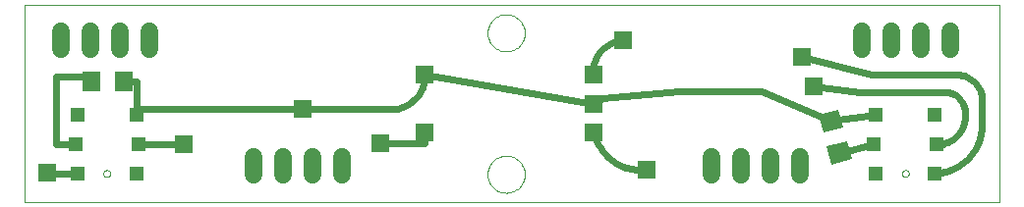
<source format=gbl>
G75*
%MOIN*%
%OFA0B0*%
%FSLAX24Y24*%
%IPPOS*%
%LPD*%
%AMOC8*
5,1,8,0,0,1.08239X$1,22.5*
%
%ADD10C,0.0000*%
%ADD11R,0.0630X0.0710*%
%ADD12R,0.0594X0.0594*%
%ADD13R,0.0515X0.0515*%
%ADD14C,0.0600*%
%ADD15C,0.0240*%
%ADD16R,0.0591X0.0591*%
D10*
X000100Y000100D02*
X000100Y006793D01*
X033171Y006793D01*
X033171Y000100D01*
X000100Y000100D01*
X002777Y001069D02*
X002779Y001090D01*
X002785Y001110D01*
X002794Y001130D01*
X002806Y001147D01*
X002821Y001161D01*
X002839Y001173D01*
X002859Y001181D01*
X002879Y001186D01*
X002900Y001187D01*
X002921Y001184D01*
X002941Y001178D01*
X002960Y001167D01*
X002977Y001154D01*
X002990Y001138D01*
X003001Y001120D01*
X003009Y001100D01*
X003013Y001080D01*
X003013Y001058D01*
X003009Y001038D01*
X003001Y001018D01*
X002990Y001000D01*
X002977Y000984D01*
X002960Y000971D01*
X002941Y000960D01*
X002921Y000954D01*
X002900Y000951D01*
X002879Y000952D01*
X002859Y000957D01*
X002839Y000965D01*
X002821Y000977D01*
X002806Y000991D01*
X002794Y001008D01*
X002785Y001028D01*
X002779Y001048D01*
X002777Y001069D01*
X015809Y001045D02*
X015811Y001095D01*
X015817Y001145D01*
X015827Y001194D01*
X015841Y001242D01*
X015858Y001289D01*
X015879Y001334D01*
X015904Y001378D01*
X015932Y001419D01*
X015964Y001458D01*
X015998Y001495D01*
X016035Y001529D01*
X016075Y001559D01*
X016117Y001586D01*
X016161Y001610D01*
X016207Y001631D01*
X016254Y001647D01*
X016302Y001660D01*
X016352Y001669D01*
X016401Y001674D01*
X016452Y001675D01*
X016502Y001672D01*
X016551Y001665D01*
X016600Y001654D01*
X016648Y001639D01*
X016694Y001621D01*
X016739Y001599D01*
X016782Y001573D01*
X016823Y001544D01*
X016862Y001512D01*
X016898Y001477D01*
X016930Y001439D01*
X016960Y001399D01*
X016987Y001356D01*
X017010Y001312D01*
X017029Y001266D01*
X017045Y001218D01*
X017057Y001169D01*
X017065Y001120D01*
X017069Y001070D01*
X017069Y001020D01*
X017065Y000970D01*
X017057Y000921D01*
X017045Y000872D01*
X017029Y000824D01*
X017010Y000778D01*
X016987Y000734D01*
X016960Y000691D01*
X016930Y000651D01*
X016898Y000613D01*
X016862Y000578D01*
X016823Y000546D01*
X016782Y000517D01*
X016739Y000491D01*
X016694Y000469D01*
X016648Y000451D01*
X016600Y000436D01*
X016551Y000425D01*
X016502Y000418D01*
X016452Y000415D01*
X016401Y000416D01*
X016352Y000421D01*
X016302Y000430D01*
X016254Y000443D01*
X016207Y000459D01*
X016161Y000480D01*
X016117Y000504D01*
X016075Y000531D01*
X016035Y000561D01*
X015998Y000595D01*
X015964Y000632D01*
X015932Y000671D01*
X015904Y000712D01*
X015879Y000756D01*
X015858Y000801D01*
X015841Y000848D01*
X015827Y000896D01*
X015817Y000945D01*
X015811Y000995D01*
X015809Y001045D01*
X029864Y001069D02*
X029866Y001090D01*
X029872Y001110D01*
X029881Y001130D01*
X029893Y001147D01*
X029908Y001161D01*
X029926Y001173D01*
X029946Y001181D01*
X029966Y001186D01*
X029987Y001187D01*
X030008Y001184D01*
X030028Y001178D01*
X030047Y001167D01*
X030064Y001154D01*
X030077Y001138D01*
X030088Y001120D01*
X030096Y001100D01*
X030100Y001080D01*
X030100Y001058D01*
X030096Y001038D01*
X030088Y001018D01*
X030077Y001000D01*
X030064Y000984D01*
X030047Y000971D01*
X030028Y000960D01*
X030008Y000954D01*
X029987Y000951D01*
X029966Y000952D01*
X029946Y000957D01*
X029926Y000965D01*
X029908Y000977D01*
X029893Y000991D01*
X029881Y001008D01*
X029872Y001028D01*
X029866Y001048D01*
X029864Y001069D01*
X015809Y005848D02*
X015811Y005898D01*
X015817Y005948D01*
X015827Y005997D01*
X015841Y006045D01*
X015858Y006092D01*
X015879Y006137D01*
X015904Y006181D01*
X015932Y006222D01*
X015964Y006261D01*
X015998Y006298D01*
X016035Y006332D01*
X016075Y006362D01*
X016117Y006389D01*
X016161Y006413D01*
X016207Y006434D01*
X016254Y006450D01*
X016302Y006463D01*
X016352Y006472D01*
X016401Y006477D01*
X016452Y006478D01*
X016502Y006475D01*
X016551Y006468D01*
X016600Y006457D01*
X016648Y006442D01*
X016694Y006424D01*
X016739Y006402D01*
X016782Y006376D01*
X016823Y006347D01*
X016862Y006315D01*
X016898Y006280D01*
X016930Y006242D01*
X016960Y006202D01*
X016987Y006159D01*
X017010Y006115D01*
X017029Y006069D01*
X017045Y006021D01*
X017057Y005972D01*
X017065Y005923D01*
X017069Y005873D01*
X017069Y005823D01*
X017065Y005773D01*
X017057Y005724D01*
X017045Y005675D01*
X017029Y005627D01*
X017010Y005581D01*
X016987Y005537D01*
X016960Y005494D01*
X016930Y005454D01*
X016898Y005416D01*
X016862Y005381D01*
X016823Y005349D01*
X016782Y005320D01*
X016739Y005294D01*
X016694Y005272D01*
X016648Y005254D01*
X016600Y005239D01*
X016551Y005228D01*
X016502Y005221D01*
X016452Y005218D01*
X016401Y005219D01*
X016352Y005224D01*
X016302Y005233D01*
X016254Y005246D01*
X016207Y005262D01*
X016161Y005283D01*
X016117Y005307D01*
X016075Y005334D01*
X016035Y005364D01*
X015998Y005398D01*
X015964Y005435D01*
X015932Y005474D01*
X015904Y005515D01*
X015879Y005559D01*
X015858Y005604D01*
X015841Y005651D01*
X015827Y005699D01*
X015817Y005748D01*
X015811Y005798D01*
X015809Y005848D01*
D11*
X003479Y004206D03*
X002359Y004206D03*
G36*
X027194Y002457D02*
X027031Y003065D01*
X027716Y003249D01*
X027879Y002641D01*
X027194Y002457D01*
G37*
G36*
X027484Y001376D02*
X027321Y001984D01*
X028006Y002168D01*
X028169Y001560D01*
X027484Y001376D01*
G37*
D12*
X019391Y002462D03*
X019391Y003446D03*
X019391Y004431D03*
X013683Y004431D03*
X013683Y002462D03*
D13*
X003958Y002069D03*
X001832Y002069D03*
X001895Y003069D03*
X003895Y003069D03*
X003895Y001069D03*
X001895Y001069D03*
X028919Y002069D03*
X031045Y002069D03*
X030982Y003069D03*
X028982Y003069D03*
X028982Y001069D03*
X030982Y001069D03*
D14*
X026419Y001020D02*
X026419Y001620D01*
X025419Y001620D02*
X025419Y001020D01*
X024419Y001020D02*
X024419Y001620D01*
X023419Y001620D02*
X023419Y001020D01*
X010868Y001020D02*
X010868Y001620D01*
X009868Y001620D02*
X009868Y001020D01*
X008868Y001020D02*
X008868Y001620D01*
X007868Y001620D02*
X007868Y001020D01*
X004356Y005312D02*
X004356Y005912D01*
X003356Y005912D02*
X003356Y005312D01*
X002356Y005312D02*
X002356Y005912D01*
X001356Y005912D02*
X001356Y005312D01*
X028521Y005312D02*
X028521Y005912D01*
X029521Y005912D02*
X029521Y005312D01*
X030521Y005312D02*
X030521Y005912D01*
X031521Y005912D02*
X031521Y005312D01*
D15*
X031596Y004431D02*
X028840Y004431D01*
X026478Y005021D01*
X026872Y004037D02*
X028446Y003840D01*
X031202Y003840D01*
X031596Y004431D02*
X031654Y004435D01*
X031712Y004436D01*
X031770Y004433D01*
X031828Y004426D01*
X031885Y004415D01*
X031942Y004401D01*
X031997Y004383D01*
X032052Y004361D01*
X032104Y004336D01*
X032155Y004307D01*
X032204Y004276D01*
X032251Y004241D01*
X032295Y004203D01*
X032337Y004162D01*
X032376Y004119D01*
X032412Y004073D01*
X032445Y004025D01*
X032474Y003975D01*
X032501Y003923D01*
X032524Y003869D01*
X032543Y003814D01*
X032559Y003758D01*
X032571Y003701D01*
X032580Y003643D01*
X032580Y002864D01*
X031990Y003249D02*
X031981Y003301D01*
X031968Y003351D01*
X031951Y003400D01*
X031930Y003448D01*
X031906Y003494D01*
X031879Y003539D01*
X031848Y003581D01*
X031815Y003620D01*
X031778Y003658D01*
X031739Y003692D01*
X031697Y003723D01*
X031654Y003751D01*
X031608Y003776D01*
X031560Y003797D01*
X031511Y003814D01*
X031461Y003828D01*
X031410Y003838D01*
X031358Y003845D01*
X031306Y003847D01*
X031254Y003845D01*
X031203Y003840D01*
X031991Y003250D02*
X032001Y003190D01*
X032007Y003130D01*
X032010Y003069D01*
X032009Y003009D01*
X032005Y002948D01*
X031996Y002888D01*
X031985Y002829D01*
X031969Y002770D01*
X031950Y002712D01*
X031928Y002656D01*
X031902Y002601D01*
X031873Y002548D01*
X031841Y002496D01*
X031806Y002447D01*
X031768Y002399D01*
X031727Y002355D01*
X031684Y002312D01*
X031638Y002273D01*
X031590Y002236D01*
X031539Y002202D01*
X031487Y002172D01*
X031433Y002144D01*
X031377Y002120D01*
X031320Y002099D01*
X031262Y002082D01*
X031203Y002068D01*
X031202Y002069D02*
X031045Y002069D01*
X028919Y002069D02*
X027745Y001772D01*
X030981Y001068D02*
X031062Y001074D01*
X031142Y001085D01*
X031222Y001099D01*
X031301Y001117D01*
X031379Y001139D01*
X031456Y001164D01*
X031531Y001193D01*
X031605Y001226D01*
X031678Y001262D01*
X031748Y001302D01*
X031817Y001344D01*
X031883Y001390D01*
X031948Y001440D01*
X032009Y001492D01*
X032069Y001547D01*
X032125Y001605D01*
X032179Y001665D01*
X032230Y001728D01*
X032278Y001793D01*
X032323Y001861D01*
X032364Y001930D01*
X032402Y002002D01*
X032437Y002075D01*
X032468Y002150D01*
X032495Y002226D01*
X032519Y002303D01*
X032539Y002381D01*
X032556Y002461D01*
X032568Y002540D01*
X032577Y002621D01*
X032582Y002702D01*
X032583Y002783D01*
X032580Y002863D01*
X028982Y003069D02*
X027455Y002853D01*
X025122Y003881D01*
X022313Y003881D01*
X019712Y003643D01*
X019391Y003446D01*
X013683Y004431D01*
X013681Y004365D01*
X013676Y004299D01*
X013666Y004233D01*
X013653Y004168D01*
X013637Y004104D01*
X013617Y004041D01*
X013593Y003979D01*
X013566Y003919D01*
X013536Y003860D01*
X013502Y003803D01*
X013465Y003748D01*
X013425Y003695D01*
X013383Y003644D01*
X013337Y003596D01*
X013289Y003550D01*
X013238Y003508D01*
X013185Y003468D01*
X013130Y003431D01*
X013073Y003397D01*
X013014Y003367D01*
X012954Y003340D01*
X012892Y003316D01*
X012829Y003296D01*
X012765Y003280D01*
X012700Y003267D01*
X012634Y003257D01*
X012568Y003252D01*
X012502Y003250D01*
X009549Y003250D01*
X004076Y003250D01*
X003895Y003069D01*
X003895Y004206D01*
X003479Y004206D01*
X002359Y004206D02*
X002359Y004350D01*
X001169Y004350D01*
X001169Y002069D01*
X001832Y002069D01*
X003958Y002069D02*
X005494Y002069D01*
X001895Y001069D02*
X001084Y001069D01*
X000887Y001084D01*
X012169Y002100D02*
X013683Y002100D01*
X013683Y002462D01*
X019391Y002462D02*
X019391Y002628D01*
X019391Y002627D02*
X019403Y002548D01*
X019418Y002470D01*
X019437Y002392D01*
X019460Y002315D01*
X019487Y002240D01*
X019518Y002166D01*
X019552Y002094D01*
X019589Y002023D01*
X019630Y001954D01*
X019675Y001888D01*
X019722Y001823D01*
X019773Y001761D01*
X019827Y001702D01*
X019883Y001645D01*
X019942Y001592D01*
X020004Y001541D01*
X020068Y001493D01*
X020135Y001448D01*
X020203Y001407D01*
X020274Y001369D01*
X020346Y001335D01*
X020420Y001304D01*
X020495Y001277D01*
X020572Y001254D01*
X020649Y001234D01*
X020728Y001218D01*
X020807Y001207D01*
X020886Y001199D01*
X020966Y001195D01*
X021046Y001194D01*
X021126Y001198D01*
X021206Y001206D01*
X019391Y003446D02*
X019391Y003600D01*
X019392Y004431D02*
X019388Y004493D01*
X019387Y004556D01*
X019391Y004618D01*
X019398Y004680D01*
X019408Y004742D01*
X019422Y004803D01*
X019440Y004863D01*
X019461Y004922D01*
X019486Y004979D01*
X019514Y005035D01*
X019545Y005089D01*
X019579Y005142D01*
X019616Y005192D01*
X019656Y005240D01*
X019699Y005286D01*
X019744Y005329D01*
X019792Y005369D01*
X019842Y005407D01*
X019894Y005441D01*
X019948Y005473D01*
X020003Y005501D01*
X020061Y005526D01*
X020119Y005548D01*
X020179Y005566D01*
X020240Y005581D01*
X020302Y005592D01*
X020364Y005599D01*
X020364Y005600D02*
X020419Y005600D01*
D16*
X020419Y005600D03*
X026478Y005021D03*
X026872Y004037D03*
X021206Y001206D03*
X012169Y002100D03*
X009549Y003250D03*
X005494Y002069D03*
X000887Y001084D03*
M02*

</source>
